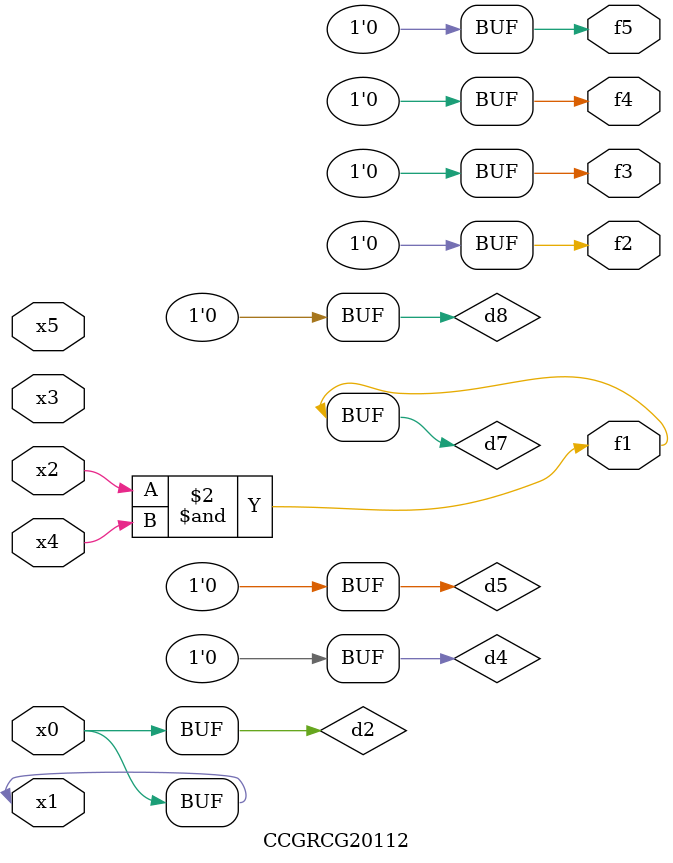
<source format=v>
module CCGRCG20112(
	input x0, x1, x2, x3, x4, x5,
	output f1, f2, f3, f4, f5
);

	wire d1, d2, d3, d4, d5, d6, d7, d8, d9;

	nand (d1, x1);
	buf (d2, x0, x1);
	nand (d3, x2, x4);
	and (d4, d1, d2);
	and (d5, d1, d2);
	nand (d6, d1, d3);
	not (d7, d3);
	xor (d8, d5);
	nor (d9, d5, d6);
	assign f1 = d7;
	assign f2 = d8;
	assign f3 = d8;
	assign f4 = d8;
	assign f5 = d8;
endmodule

</source>
